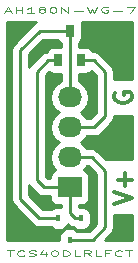
<source format=gbr>
G04 #@! TF.FileFunction,Copper,L1,Top,Signal*
%FSLAX46Y46*%
G04 Gerber Fmt 4.6, Leading zero omitted, Abs format (unit mm)*
G04 Created by KiCad (PCBNEW 4.0.2-1.fc23-product) date Wed 05 Oct 2016 06:56:58 PM PDT*
%MOMM*%
G01*
G04 APERTURE LIST*
%ADD10C,0.100000*%
%ADD11C,0.300000*%
%ADD12C,0.121000*%
%ADD13R,0.800000X1.000000*%
%ADD14R,2.032000X1.727200*%
%ADD15O,2.032000X1.727200*%
%ADD16R,0.420000X0.600000*%
%ADD17C,0.254000*%
%ADD18C,0.250000*%
G04 APERTURE END LIST*
D10*
D11*
X139578571Y-110428571D02*
X141078571Y-109928571D01*
X139578571Y-109428571D01*
X140507143Y-108928571D02*
X140507143Y-107785714D01*
X141078571Y-108357143D02*
X139935714Y-108357143D01*
X139650000Y-101007143D02*
X139578571Y-101150000D01*
X139578571Y-101364286D01*
X139650000Y-101578571D01*
X139792857Y-101721429D01*
X139935714Y-101792857D01*
X140221429Y-101864286D01*
X140435714Y-101864286D01*
X140721429Y-101792857D01*
X140864286Y-101721429D01*
X141007143Y-101578571D01*
X141078571Y-101364286D01*
X141078571Y-101221429D01*
X141007143Y-101007143D01*
X140935714Y-100935714D01*
X140435714Y-100935714D01*
X140435714Y-101221429D01*
D12*
X130344000Y-94080667D02*
X130816381Y-94080667D01*
X130249524Y-94218952D02*
X130580191Y-93734952D01*
X130910858Y-94218952D01*
X131241524Y-94218952D02*
X131241524Y-93734952D01*
X131241524Y-93965429D02*
X131808382Y-93965429D01*
X131808382Y-94218952D02*
X131808382Y-93734952D01*
X132800382Y-94218952D02*
X132233524Y-94218952D01*
X132516953Y-94218952D02*
X132516953Y-93734952D01*
X132422477Y-93804095D01*
X132328001Y-93850190D01*
X132233524Y-93873238D01*
X133367239Y-93942381D02*
X133272763Y-93919333D01*
X133225524Y-93896286D01*
X133178286Y-93850190D01*
X133178286Y-93827143D01*
X133225524Y-93781048D01*
X133272763Y-93758000D01*
X133367239Y-93734952D01*
X133556191Y-93734952D01*
X133650667Y-93758000D01*
X133697905Y-93781048D01*
X133745144Y-93827143D01*
X133745144Y-93850190D01*
X133697905Y-93896286D01*
X133650667Y-93919333D01*
X133556191Y-93942381D01*
X133367239Y-93942381D01*
X133272763Y-93965429D01*
X133225524Y-93988476D01*
X133178286Y-94034571D01*
X133178286Y-94126762D01*
X133225524Y-94172857D01*
X133272763Y-94195905D01*
X133367239Y-94218952D01*
X133556191Y-94218952D01*
X133650667Y-94195905D01*
X133697905Y-94172857D01*
X133745144Y-94126762D01*
X133745144Y-94034571D01*
X133697905Y-93988476D01*
X133650667Y-93965429D01*
X133556191Y-93942381D01*
X134359239Y-93734952D02*
X134453715Y-93734952D01*
X134548191Y-93758000D01*
X134595429Y-93781048D01*
X134642667Y-93827143D01*
X134689906Y-93919333D01*
X134689906Y-94034571D01*
X134642667Y-94126762D01*
X134595429Y-94172857D01*
X134548191Y-94195905D01*
X134453715Y-94218952D01*
X134359239Y-94218952D01*
X134264763Y-94195905D01*
X134217525Y-94172857D01*
X134170286Y-94126762D01*
X134123048Y-94034571D01*
X134123048Y-93919333D01*
X134170286Y-93827143D01*
X134217525Y-93781048D01*
X134264763Y-93758000D01*
X134359239Y-93734952D01*
X135115048Y-94218952D02*
X135115048Y-93734952D01*
X135681906Y-94218952D01*
X135681906Y-93734952D01*
X136154286Y-94034571D02*
X136910096Y-94034571D01*
X137288000Y-93734952D02*
X137524191Y-94218952D01*
X137713143Y-93873238D01*
X137902096Y-94218952D01*
X138138286Y-93734952D01*
X139035810Y-93758000D02*
X138941333Y-93734952D01*
X138799619Y-93734952D01*
X138657905Y-93758000D01*
X138563429Y-93804095D01*
X138516190Y-93850190D01*
X138468952Y-93942381D01*
X138468952Y-94011524D01*
X138516190Y-94103714D01*
X138563429Y-94149810D01*
X138657905Y-94195905D01*
X138799619Y-94218952D01*
X138894095Y-94218952D01*
X139035810Y-94195905D01*
X139083048Y-94172857D01*
X139083048Y-94011524D01*
X138894095Y-94011524D01*
X139508190Y-94034571D02*
X140264000Y-94034571D01*
X140641904Y-93734952D02*
X141303238Y-93734952D01*
X140878095Y-94218952D01*
X130509332Y-114334952D02*
X131076189Y-114334952D01*
X130792761Y-114818952D02*
X130792761Y-114334952D01*
X131973714Y-114772857D02*
X131926476Y-114795905D01*
X131784761Y-114818952D01*
X131690285Y-114818952D01*
X131548571Y-114795905D01*
X131454095Y-114749810D01*
X131406856Y-114703714D01*
X131359618Y-114611524D01*
X131359618Y-114542381D01*
X131406856Y-114450190D01*
X131454095Y-114404095D01*
X131548571Y-114358000D01*
X131690285Y-114334952D01*
X131784761Y-114334952D01*
X131926476Y-114358000D01*
X131973714Y-114381048D01*
X132351618Y-114795905D02*
X132493333Y-114818952D01*
X132729523Y-114818952D01*
X132823999Y-114795905D01*
X132871237Y-114772857D01*
X132918476Y-114726762D01*
X132918476Y-114680667D01*
X132871237Y-114634571D01*
X132823999Y-114611524D01*
X132729523Y-114588476D01*
X132540571Y-114565429D01*
X132446095Y-114542381D01*
X132398856Y-114519333D01*
X132351618Y-114473238D01*
X132351618Y-114427143D01*
X132398856Y-114381048D01*
X132446095Y-114358000D01*
X132540571Y-114334952D01*
X132776761Y-114334952D01*
X132918476Y-114358000D01*
X133768761Y-114496286D02*
X133768761Y-114818952D01*
X133532571Y-114311905D02*
X133296380Y-114657619D01*
X133910476Y-114657619D01*
X134477333Y-114334952D02*
X134571809Y-114334952D01*
X134666285Y-114358000D01*
X134713523Y-114381048D01*
X134760761Y-114427143D01*
X134808000Y-114519333D01*
X134808000Y-114634571D01*
X134760761Y-114726762D01*
X134713523Y-114772857D01*
X134666285Y-114795905D01*
X134571809Y-114818952D01*
X134477333Y-114818952D01*
X134382857Y-114795905D01*
X134335619Y-114772857D01*
X134288380Y-114726762D01*
X134241142Y-114634571D01*
X134241142Y-114519333D01*
X134288380Y-114427143D01*
X134335619Y-114381048D01*
X134382857Y-114358000D01*
X134477333Y-114334952D01*
X135233142Y-114818952D02*
X135233142Y-114334952D01*
X135469333Y-114334952D01*
X135611047Y-114358000D01*
X135705523Y-114404095D01*
X135752762Y-114450190D01*
X135800000Y-114542381D01*
X135800000Y-114611524D01*
X135752762Y-114703714D01*
X135705523Y-114749810D01*
X135611047Y-114795905D01*
X135469333Y-114818952D01*
X135233142Y-114818952D01*
X136697523Y-114818952D02*
X136225142Y-114818952D01*
X136225142Y-114334952D01*
X137595048Y-114818952D02*
X137264381Y-114588476D01*
X137028190Y-114818952D02*
X137028190Y-114334952D01*
X137406095Y-114334952D01*
X137500571Y-114358000D01*
X137547810Y-114381048D01*
X137595048Y-114427143D01*
X137595048Y-114496286D01*
X137547810Y-114542381D01*
X137500571Y-114565429D01*
X137406095Y-114588476D01*
X137028190Y-114588476D01*
X138492571Y-114818952D02*
X138020190Y-114818952D01*
X138020190Y-114334952D01*
X139153905Y-114565429D02*
X138823238Y-114565429D01*
X138823238Y-114818952D02*
X138823238Y-114334952D01*
X139295619Y-114334952D01*
X140240382Y-114772857D02*
X140193144Y-114795905D01*
X140051429Y-114818952D01*
X139956953Y-114818952D01*
X139815239Y-114795905D01*
X139720763Y-114749810D01*
X139673524Y-114703714D01*
X139626286Y-114611524D01*
X139626286Y-114542381D01*
X139673524Y-114450190D01*
X139720763Y-114404095D01*
X139815239Y-114358000D01*
X139956953Y-114334952D01*
X140051429Y-114334952D01*
X140193144Y-114358000D01*
X140240382Y-114381048D01*
X140523810Y-114334952D02*
X141090667Y-114334952D01*
X140807239Y-114818952D02*
X140807239Y-114334952D01*
D13*
X134850000Y-98246480D03*
X135805080Y-95736960D03*
X136750000Y-98246480D03*
D14*
X135800000Y-109000000D03*
D15*
X135800000Y-106460000D03*
X135800000Y-103920000D03*
X135800000Y-101380000D03*
D16*
X136750000Y-111638000D03*
X134850000Y-111638000D03*
X135800000Y-113428700D03*
D17*
X136750000Y-111638000D02*
X136238000Y-111638000D01*
X135800000Y-111200000D02*
X135800000Y-109000000D01*
X136238000Y-111638000D02*
X135800000Y-111200000D01*
D18*
X134850000Y-98246480D02*
X133953520Y-98246480D01*
X133600000Y-109000000D02*
X135800000Y-109000000D01*
D17*
X133000000Y-108400000D02*
X133600000Y-109000000D01*
X133000000Y-99200000D02*
X133000000Y-108400000D01*
X133953520Y-98246480D02*
X133000000Y-99200000D01*
D18*
X135805080Y-95736960D02*
X133263040Y-95736960D01*
D17*
X133238000Y-111638000D02*
X134850000Y-111638000D01*
X131600000Y-110000000D02*
X133238000Y-111638000D01*
D18*
X131600000Y-97400000D02*
X131600000Y-110000000D01*
X133263040Y-95736960D02*
X131600000Y-97400000D01*
X135805080Y-95736960D02*
X135805080Y-101374920D01*
X135805080Y-101374920D02*
X135800000Y-101380000D01*
D17*
X136750000Y-98246480D02*
X137846480Y-98246480D01*
X137880000Y-103920000D02*
X135800000Y-103920000D01*
X138800000Y-103000000D02*
X137880000Y-103920000D01*
X138800000Y-99200000D02*
X138800000Y-103000000D01*
X137846480Y-98246480D02*
X138800000Y-99200000D01*
X135800000Y-106460000D02*
X137660000Y-106460000D01*
X137771300Y-113428700D02*
X135800000Y-113428700D01*
X138800000Y-112400000D02*
X137771300Y-113428700D01*
X138800000Y-107600000D02*
X138800000Y-112400000D01*
X137660000Y-106460000D02*
X138800000Y-107600000D01*
G36*
X132972201Y-95034812D02*
X132725639Y-95199559D01*
X131062599Y-96862599D01*
X130897852Y-97109161D01*
X130840000Y-97400000D01*
X130840000Y-109989950D01*
X130838001Y-110000000D01*
X130896004Y-110291604D01*
X131061185Y-110538815D01*
X132699185Y-112176815D01*
X132946395Y-112341996D01*
X133238000Y-112400000D01*
X134191364Y-112400000D01*
X134388110Y-112534431D01*
X134640000Y-112585440D01*
X135060000Y-112585440D01*
X135295317Y-112541162D01*
X135511441Y-112402090D01*
X135656431Y-112189890D01*
X135665833Y-112143464D01*
X135699185Y-112176816D01*
X135946396Y-112341997D01*
X136059910Y-112364576D01*
X136075910Y-112389441D01*
X136288110Y-112534431D01*
X136540000Y-112585440D01*
X136960000Y-112585440D01*
X137195317Y-112541162D01*
X137411441Y-112402090D01*
X137556431Y-112189890D01*
X137607440Y-111938000D01*
X137607440Y-111338000D01*
X137563162Y-111102683D01*
X137424090Y-110886559D01*
X137211890Y-110741569D01*
X136960000Y-110690560D01*
X136562000Y-110690560D01*
X136562000Y-110511040D01*
X136816000Y-110511040D01*
X137051317Y-110466762D01*
X137267441Y-110327690D01*
X137412431Y-110115490D01*
X137463440Y-109863600D01*
X137463440Y-108136400D01*
X137419162Y-107901083D01*
X137280090Y-107684959D01*
X137067890Y-107539969D01*
X137026561Y-107531600D01*
X137044415Y-107519670D01*
X137243312Y-107222000D01*
X137344370Y-107222000D01*
X138038000Y-107915631D01*
X138038000Y-112084369D01*
X137455670Y-112666700D01*
X136458636Y-112666700D01*
X136261890Y-112532269D01*
X136010000Y-112481260D01*
X135590000Y-112481260D01*
X135354683Y-112525538D01*
X135138559Y-112664610D01*
X134993569Y-112876810D01*
X134942560Y-113128700D01*
X134942560Y-113444700D01*
X130510000Y-113444700D01*
X130510000Y-95034300D01*
X132974775Y-95034300D01*
X132972201Y-95034812D01*
X132972201Y-95034812D01*
G37*
X132972201Y-95034812D02*
X132725639Y-95199559D01*
X131062599Y-96862599D01*
X130897852Y-97109161D01*
X130840000Y-97400000D01*
X130840000Y-109989950D01*
X130838001Y-110000000D01*
X130896004Y-110291604D01*
X131061185Y-110538815D01*
X132699185Y-112176815D01*
X132946395Y-112341996D01*
X133238000Y-112400000D01*
X134191364Y-112400000D01*
X134388110Y-112534431D01*
X134640000Y-112585440D01*
X135060000Y-112585440D01*
X135295317Y-112541162D01*
X135511441Y-112402090D01*
X135656431Y-112189890D01*
X135665833Y-112143464D01*
X135699185Y-112176816D01*
X135946396Y-112341997D01*
X136059910Y-112364576D01*
X136075910Y-112389441D01*
X136288110Y-112534431D01*
X136540000Y-112585440D01*
X136960000Y-112585440D01*
X137195317Y-112541162D01*
X137411441Y-112402090D01*
X137556431Y-112189890D01*
X137607440Y-111938000D01*
X137607440Y-111338000D01*
X137563162Y-111102683D01*
X137424090Y-110886559D01*
X137211890Y-110741569D01*
X136960000Y-110690560D01*
X136562000Y-110690560D01*
X136562000Y-110511040D01*
X136816000Y-110511040D01*
X137051317Y-110466762D01*
X137267441Y-110327690D01*
X137412431Y-110115490D01*
X137463440Y-109863600D01*
X137463440Y-108136400D01*
X137419162Y-107901083D01*
X137280090Y-107684959D01*
X137067890Y-107539969D01*
X137026561Y-107531600D01*
X137044415Y-107519670D01*
X137243312Y-107222000D01*
X137344370Y-107222000D01*
X138038000Y-107915631D01*
X138038000Y-112084369D01*
X137455670Y-112666700D01*
X136458636Y-112666700D01*
X136261890Y-112532269D01*
X136010000Y-112481260D01*
X135590000Y-112481260D01*
X135354683Y-112525538D01*
X135138559Y-112664610D01*
X134993569Y-112876810D01*
X134942560Y-113128700D01*
X134942560Y-113444700D01*
X130510000Y-113444700D01*
X130510000Y-95034300D01*
X132974775Y-95034300D01*
X132972201Y-95034812D01*
G36*
X141090000Y-113444700D02*
X138832931Y-113444700D01*
X139338815Y-112938816D01*
X139503996Y-112691605D01*
X139509366Y-112664610D01*
X139562000Y-112400000D01*
X139562000Y-111356428D01*
X141090000Y-111356428D01*
X141090000Y-113444700D01*
X141090000Y-113444700D01*
G37*
X141090000Y-113444700D02*
X138832931Y-113444700D01*
X139338815Y-112938816D01*
X139503996Y-112691605D01*
X139509366Y-112664610D01*
X139562000Y-112400000D01*
X139562000Y-111356428D01*
X141090000Y-111356428D01*
X141090000Y-113444700D01*
G36*
X132461185Y-108938815D02*
X133061185Y-109538815D01*
X133308395Y-109703996D01*
X133600000Y-109761999D01*
X133610050Y-109760000D01*
X134136560Y-109760000D01*
X134136560Y-109863600D01*
X134180838Y-110098917D01*
X134319910Y-110315041D01*
X134532110Y-110460031D01*
X134784000Y-110511040D01*
X135038000Y-110511040D01*
X135038000Y-110690560D01*
X134640000Y-110690560D01*
X134404683Y-110734838D01*
X134188559Y-110873910D01*
X134187131Y-110876000D01*
X133553630Y-110876000D01*
X132360000Y-109682370D01*
X132360000Y-108787381D01*
X132461185Y-108938815D01*
X132461185Y-108938815D01*
G37*
X132461185Y-108938815D02*
X133061185Y-109538815D01*
X133308395Y-109703996D01*
X133600000Y-109761999D01*
X133610050Y-109760000D01*
X134136560Y-109760000D01*
X134136560Y-109863600D01*
X134180838Y-110098917D01*
X134319910Y-110315041D01*
X134532110Y-110460031D01*
X134784000Y-110511040D01*
X135038000Y-110511040D01*
X135038000Y-110690560D01*
X134640000Y-110690560D01*
X134404683Y-110734838D01*
X134188559Y-110873910D01*
X134187131Y-110876000D01*
X133553630Y-110876000D01*
X132360000Y-109682370D01*
X132360000Y-108787381D01*
X132461185Y-108938815D01*
G36*
X134198110Y-99342911D02*
X134450000Y-99393920D01*
X135045080Y-99393920D01*
X135045080Y-99994815D01*
X135041766Y-99995474D01*
X134555585Y-100320330D01*
X134230729Y-100806511D01*
X134116655Y-101380000D01*
X134230729Y-101953489D01*
X134555585Y-102439670D01*
X134870366Y-102650000D01*
X134555585Y-102860330D01*
X134230729Y-103346511D01*
X134116655Y-103920000D01*
X134230729Y-104493489D01*
X134555585Y-104979670D01*
X134870366Y-105190000D01*
X134555585Y-105400330D01*
X134230729Y-105886511D01*
X134116655Y-106460000D01*
X134230729Y-107033489D01*
X134555585Y-107519670D01*
X134569913Y-107529243D01*
X134548683Y-107533238D01*
X134332559Y-107672310D01*
X134187569Y-107884510D01*
X134136560Y-108136400D01*
X134136560Y-108240000D01*
X133917630Y-108240000D01*
X133762000Y-108084370D01*
X133762000Y-99515630D01*
X134041634Y-99235996D01*
X134198110Y-99342911D01*
X134198110Y-99342911D01*
G37*
X134198110Y-99342911D02*
X134450000Y-99393920D01*
X135045080Y-99393920D01*
X135045080Y-99994815D01*
X135041766Y-99995474D01*
X134555585Y-100320330D01*
X134230729Y-100806511D01*
X134116655Y-101380000D01*
X134230729Y-101953489D01*
X134555585Y-102439670D01*
X134870366Y-102650000D01*
X134555585Y-102860330D01*
X134230729Y-103346511D01*
X134116655Y-103920000D01*
X134230729Y-104493489D01*
X134555585Y-104979670D01*
X134870366Y-105190000D01*
X134555585Y-105400330D01*
X134230729Y-105886511D01*
X134116655Y-106460000D01*
X134230729Y-107033489D01*
X134555585Y-107519670D01*
X134569913Y-107529243D01*
X134548683Y-107533238D01*
X134332559Y-107672310D01*
X134187569Y-107884510D01*
X134136560Y-108136400D01*
X134136560Y-108240000D01*
X133917630Y-108240000D01*
X133762000Y-108084370D01*
X133762000Y-99515630D01*
X134041634Y-99235996D01*
X134198110Y-99342911D01*
G36*
X141090000Y-106643571D02*
X138921202Y-106643571D01*
X138198815Y-105921185D01*
X138146922Y-105886511D01*
X137951605Y-105756004D01*
X137660000Y-105698000D01*
X137243312Y-105698000D01*
X137044415Y-105400330D01*
X136729634Y-105190000D01*
X137044415Y-104979670D01*
X137243312Y-104682000D01*
X137880000Y-104682000D01*
X138171605Y-104623996D01*
X138418815Y-104458815D01*
X139338815Y-103538816D01*
X139503996Y-103291605D01*
X139519034Y-103216004D01*
X139562000Y-103000000D01*
X139562000Y-102935000D01*
X141090000Y-102935000D01*
X141090000Y-106643571D01*
X141090000Y-106643571D01*
G37*
X141090000Y-106643571D02*
X138921202Y-106643571D01*
X138198815Y-105921185D01*
X138146922Y-105886511D01*
X137951605Y-105756004D01*
X137660000Y-105698000D01*
X137243312Y-105698000D01*
X137044415Y-105400330D01*
X136729634Y-105190000D01*
X137044415Y-104979670D01*
X137243312Y-104682000D01*
X137880000Y-104682000D01*
X138171605Y-104623996D01*
X138418815Y-104458815D01*
X139338815Y-103538816D01*
X139503996Y-103291605D01*
X139519034Y-103216004D01*
X139562000Y-103000000D01*
X139562000Y-102935000D01*
X141090000Y-102935000D01*
X141090000Y-106643571D01*
G36*
X138038000Y-99515630D02*
X138038000Y-102684369D01*
X137564370Y-103158000D01*
X137243312Y-103158000D01*
X137044415Y-102860330D01*
X136729634Y-102650000D01*
X137044415Y-102439670D01*
X137369271Y-101953489D01*
X137483345Y-101380000D01*
X137369271Y-100806511D01*
X137044415Y-100320330D01*
X136565080Y-100000048D01*
X136565080Y-99393920D01*
X137150000Y-99393920D01*
X137385317Y-99349642D01*
X137601441Y-99210570D01*
X137654819Y-99132449D01*
X138038000Y-99515630D01*
X138038000Y-99515630D01*
G37*
X138038000Y-99515630D02*
X138038000Y-102684369D01*
X137564370Y-103158000D01*
X137243312Y-103158000D01*
X137044415Y-102860330D01*
X136729634Y-102650000D01*
X137044415Y-102439670D01*
X137369271Y-101953489D01*
X137483345Y-101380000D01*
X137369271Y-100806511D01*
X137044415Y-100320330D01*
X136565080Y-100000048D01*
X136565080Y-99393920D01*
X137150000Y-99393920D01*
X137385317Y-99349642D01*
X137601441Y-99210570D01*
X137654819Y-99132449D01*
X138038000Y-99515630D01*
G36*
X141090000Y-99865000D02*
X139562000Y-99865000D01*
X139562000Y-99200000D01*
X139503996Y-98908395D01*
X139338815Y-98661185D01*
X138385295Y-97707665D01*
X138360113Y-97690839D01*
X138138085Y-97542484D01*
X137846480Y-97484480D01*
X137735992Y-97484480D01*
X137614090Y-97295039D01*
X137401890Y-97150049D01*
X137150000Y-97099040D01*
X136565080Y-97099040D01*
X136565080Y-96759891D01*
X136656521Y-96701050D01*
X136801511Y-96488850D01*
X136852520Y-96236960D01*
X136852520Y-95236960D01*
X136814387Y-95034300D01*
X141090000Y-95034300D01*
X141090000Y-99865000D01*
X141090000Y-99865000D01*
G37*
X141090000Y-99865000D02*
X139562000Y-99865000D01*
X139562000Y-99200000D01*
X139503996Y-98908395D01*
X139338815Y-98661185D01*
X138385295Y-97707665D01*
X138360113Y-97690839D01*
X138138085Y-97542484D01*
X137846480Y-97484480D01*
X137735992Y-97484480D01*
X137614090Y-97295039D01*
X137401890Y-97150049D01*
X137150000Y-97099040D01*
X136565080Y-97099040D01*
X136565080Y-96759891D01*
X136656521Y-96701050D01*
X136801511Y-96488850D01*
X136852520Y-96236960D01*
X136852520Y-95236960D01*
X136814387Y-95034300D01*
X141090000Y-95034300D01*
X141090000Y-99865000D01*
G36*
X134940990Y-96688401D02*
X135045080Y-96759523D01*
X135045080Y-97099040D01*
X134450000Y-97099040D01*
X134214683Y-97143318D01*
X133998559Y-97282390D01*
X133853569Y-97494590D01*
X133851507Y-97504772D01*
X133661916Y-97542484D01*
X133414705Y-97707665D01*
X132461185Y-98661185D01*
X132360000Y-98812619D01*
X132360000Y-97714802D01*
X133577842Y-96496960D01*
X134817801Y-96496960D01*
X134940990Y-96688401D01*
X134940990Y-96688401D01*
G37*
X134940990Y-96688401D02*
X135045080Y-96759523D01*
X135045080Y-97099040D01*
X134450000Y-97099040D01*
X134214683Y-97143318D01*
X133998559Y-97282390D01*
X133853569Y-97494590D01*
X133851507Y-97504772D01*
X133661916Y-97542484D01*
X133414705Y-97707665D01*
X132461185Y-98661185D01*
X132360000Y-98812619D01*
X132360000Y-97714802D01*
X133577842Y-96496960D01*
X134817801Y-96496960D01*
X134940990Y-96688401D01*
M02*

</source>
